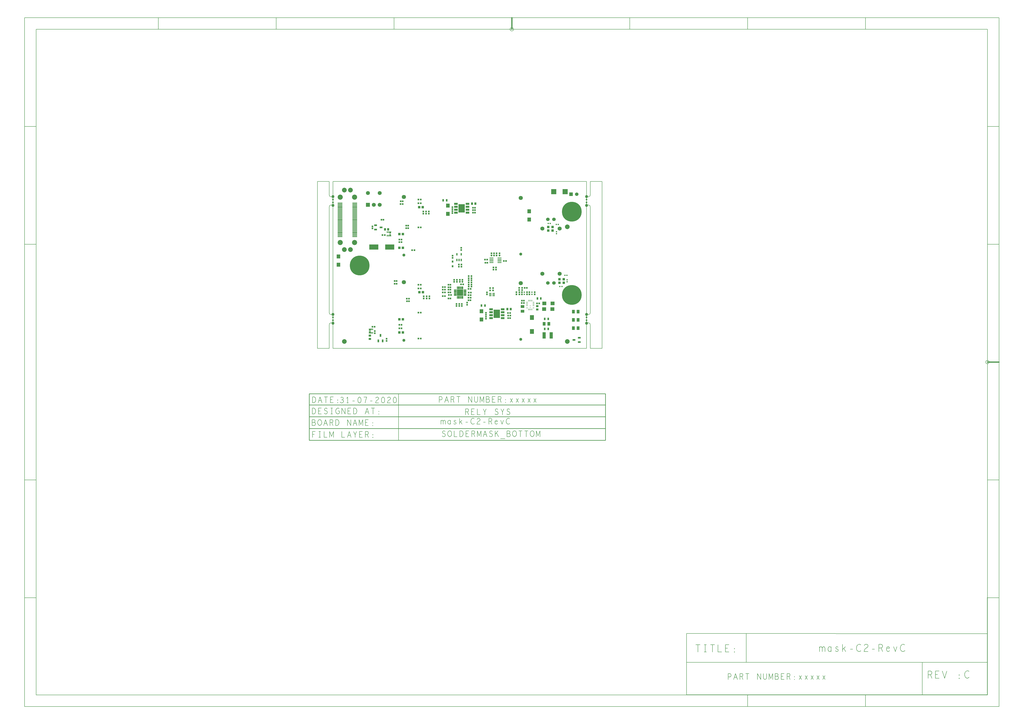
<source format=gbr>
G04 ================== begin FILE IDENTIFICATION RECORD ==================*
G04 Layout Name:  E:/Mask Board/WORK/16-05-22/mask-C2-RevC.brd*
G04 Film Name:    mask-C2-RevC_SMB.gbr*
G04 File Format:  Gerber RS274X*
G04 File Origin:  Cadence Allegro 16.6-P004*
G04 Origin Date:  Mon May 16 22:50:50 2022*
G04 *
G04 Layer:  PIN/SOLDERMASK_BOTTOM*
G04 Layer:  PACKAGE GEOMETRY/SOLDERMASK_BOTTOM*
G04 Layer:  DRAWING FORMAT/OUTLINE_DATA*
G04 Layer:  BOARD GEOMETRY/OUTLINE*
G04 Layer:  BOARD GEOMETRY/SOLDERMASK_BOTTOM*
G04 *
G04 Offset:    (0.00 0.00)*
G04 Mirror:    No*
G04 Mode:      Positive*
G04 Rotation:  0*
G04 FullContactRelief:  No*
G04 UndefLineWidth:     6.00*
G04 ================== end FILE IDENTIFICATION RECORD ====================*
%FSLAX55Y55*MOIN*%
%IR0*IPPOS*OFA0.00000B0.00000*MIA0B0*SFA1.00000B1.00000*%
%ADD58R,.08504X.08898*%
%ADD53R,.055X.11*%
%ADD11C,.03*%
%ADD10C,.05*%
%ADD30C,.051*%
%ADD56C,.0602*%
%ADD31C,.071*%
%ADD14C,.08*%
%ADD51R,.02X.02*%
%ADD50R,.0087X.0142*%
%ADD22C,.067*%
%ADD25R,.025X.025*%
%ADD52C,.0681*%
%ADD15C,.087*%
%ADD49R,.0087X.0157*%
%ADD21R,.067X.067*%
%AMMACRO41*
4,1,22,-.0065,.0225,
-.0065,-.01601,
-.006401,-.017139,
-.006108,-.018233,
-.005629,-.01926,
-.004979,-.020188,
-.004178,-.020989,
-.00325,-.021639,
-.002223,-.022118,
-.001129,-.022411,
-.00036,-.0225,
.00025,-.0225,
.001373,-.022359,
.002455,-.022025,
.003462,-.021508,
.004364,-.020824,
.005134,-.019994,
.005748,-.019043,
.006188,-.018,
.006439,-.016896,
.0065,-.01601,
.0065,.0225,
-.0065,.0225,
0.0*
%
%ADD41MACRO41*%
%ADD47R,.0276X.0098*%
%AMMACRO39*
4,1,22,.0225,.0065,
-.01601,.0065,
-.017139,.006401,
-.018233,.006108,
-.01926,.005629,
-.020188,.004979,
-.020989,.004178,
-.021639,.00325,
-.022118,.002223,
-.022411,.001129,
-.0225,.00036,
-.0225,-.00025,
-.022359,-.001373,
-.022025,-.002455,
-.021508,-.003462,
-.020824,-.004364,
-.019994,-.005134,
-.019043,-.005748,
-.018,-.006188,
-.016896,-.006439,
-.01601,-.0065,
.0225,-.0065,
.0225,.0065,
0.0*
%
%ADD39MACRO39*%
%ADD24R,.0295X.0295*%
%ADD60C,.05937*%
%ADD48R,.0098X.0276*%
%ADD12C,.07874*%
%ADD59R,.05937X.05937*%
%ADD20R,.15669X.0878*%
%ADD57R,.04X.043*%
%ADD28R,.043X.04*%
%ADD26R,.045X.03*%
%ADD55R,.07X.06*%
%ADD23R,.03X.045*%
%ADD13R,.06X.07*%
%ADD43R,.039X.012*%
%ADD18R,.043X.036*%
%ADD27R,.036X.043*%
%ADD38R,.11X.11*%
%ADD32R,.028X.043*%
%ADD35R,.026X.038*%
%ADD45R,.059X.051*%
%ADD33R,.029X.027*%
%ADD54R,.051X.059*%
%ADD29R,.027X.029*%
%ADD36R,.02362X.04331*%
%ADD17C,.3346*%
%AMMACRO40*
4,1,22,.0065,-.0225,
.0065,.01601,
.006401,.017139,
.006108,.018233,
.005629,.01926,
.004979,.020188,
.004178,.020989,
.00325,.021639,
.002223,.022118,
.001129,.022411,
.00036,.0225,
-.00025,.0225,
-.001373,.022359,
-.002455,.022025,
-.003462,.021508,
-.004364,.020824,
-.005134,.019994,
-.005748,.019043,
-.006188,.018,
-.006439,.016896,
-.0065,.01601,
-.0065,-.0225,
.0065,-.0225,
0.0*
%
%ADD40MACRO40*%
%AMMACRO34*
4,1,22,-.0225,-.0065,
.01601,-.0065,
.017139,-.006401,
.018233,-.006108,
.01926,-.005629,
.020188,-.004979,
.020989,-.004178,
.021639,-.00325,
.022118,-.002223,
.022411,-.001129,
.0225,-.00036,
.0225,.00025,
.022359,.001373,
.022025,.002455,
.021508,.003462,
.020824,.004364,
.019994,.005134,
.019043,.005748,
.018,.006188,
.016896,.006439,
.01601,.0065,
-.0225,.0065,
-.0225,-.0065,
0.0*
%
%ADD34MACRO34*%
%ADD44R,.06811X.01693*%
%ADD19R,.01378X.02756*%
%ADD46R,.0669X.0787*%
%ADD37R,.06437X.03669*%
%ADD42R,.10799X.14299*%
%ADD16R,.07992X.01693*%
%ADD61C,.01*%
%ADD62C,.01969*%
%ADD63C,.005*%
%ADD64C,.006*%
%ADD65C,.00787*%
G75*
%LPD*%
G75*
G36*
G01X60860Y25950D02*
X64200D01*
Y28509D01*
X60860D01*
Y25950D01*
G37*
G36*
G01Y29691D02*
X64200D01*
Y32250D01*
X60860D01*
Y29691D01*
G37*
G36*
G01X98433Y197150D02*
Y194591D01*
X95504D01*
Y197150D01*
X98433D01*
G37*
G36*
G01Y193409D02*
Y190850D01*
X95496D01*
Y193409D01*
X98433D01*
G37*
G54D10*
X0Y42472D03*
Y57472D03*
Y242472D03*
Y257472D03*
X430315Y42472D03*
Y57472D03*
Y242472D03*
Y257472D03*
G54D20*
X69433Y171763D03*
X96205D03*
G54D11*
X0Y47472D03*
Y52472D03*
Y252472D03*
Y247472D03*
X430315Y47472D03*
Y52472D03*
Y252472D03*
Y247472D03*
G54D12*
X19310Y11270D03*
X397590D03*
Y206120D03*
G54D21*
X59311Y243340D03*
G54D30*
X120173Y13419D03*
Y158087D03*
X318598Y14994D03*
Y159662D03*
G54D40*
X220450Y86200D03*
X218875D03*
X217300D03*
X215725D03*
X214150D03*
X212575D03*
X211000D03*
G54D13*
X9351Y141747D03*
Y155747D03*
X194895Y227869D03*
Y241869D03*
X252136Y48750D03*
Y62750D03*
X333000Y218400D03*
Y232400D03*
G54D22*
X59311Y263340D03*
X79311Y243340D03*
X69311D03*
X79311Y263340D03*
G54D31*
X120173Y111851D03*
Y256519D03*
X318598Y110276D03*
Y254944D03*
G54D32*
X192966Y251108D03*
X187060D03*
X258053Y72400D03*
X252147D03*
X346850Y84410D03*
X352750D03*
X359350Y32510D03*
X365250D03*
X359447Y49810D03*
X365353D03*
G54D23*
X76960Y12463D03*
X80700Y21537D03*
X84440Y12463D03*
G54D41*
X211000Y102400D03*
X212575D03*
X214150D03*
X215725D03*
X217300D03*
X218875D03*
X220450D03*
G54D50*
X334800Y71909D03*
G54D14*
X19290Y167237D03*
Y268419D03*
X29650Y167237D03*
Y268419D03*
G54D42*
X218333Y237500D03*
X278100Y58400D03*
G54D33*
X209725Y75000D03*
Y71600D03*
X205725Y116000D03*
Y112600D03*
X202559Y236043D03*
Y239443D03*
Y232781D03*
Y229381D03*
X227500Y73800D03*
Y77200D03*
X259790Y53390D03*
Y49990D03*
Y60018D03*
Y56618D03*
X272307Y136861D03*
Y133461D03*
X273307Y157461D03*
Y160861D03*
X276807Y136861D03*
Y133461D03*
X277807Y157461D03*
Y160861D03*
G54D60*
X413772Y261276D03*
G54D24*
X71000Y25330D03*
Y28870D03*
X67000Y203230D03*
Y206770D03*
X90900Y12463D03*
Y16003D03*
X85770Y218000D03*
X82230D03*
X104535Y114120D03*
X108075D03*
X125360Y83900D03*
X128900D03*
X124230Y203753D03*
X127770D03*
X114804Y244553D03*
X118344D03*
X186455Y88300D03*
X189995D03*
X186455Y94800D03*
X189995D03*
X186455Y103600D03*
X189995D03*
X186455Y99300D03*
X189995D03*
X210225Y112530D03*
Y116070D03*
X203040Y153309D03*
Y156849D03*
X218725Y71530D03*
Y75070D03*
X214225D03*
Y71530D03*
X215225Y116070D03*
Y112530D03*
X219725D03*
Y116070D03*
X218040Y138309D03*
Y141849D03*
X213540Y138309D03*
Y141849D03*
X229935Y81268D03*
X233475D03*
X229987Y85628D03*
X233527D03*
X230039Y89884D03*
X233579D03*
X230380Y104625D03*
Y108165D03*
X230073Y100779D03*
X233613D03*
X235025Y108165D03*
Y104625D03*
X235026Y122176D03*
Y118636D03*
X230431Y111638D03*
Y115178D03*
X234947D03*
Y111638D03*
X230407Y118636D03*
Y122176D03*
X241073Y234200D03*
X237533D03*
X258537Y145161D03*
X261256Y91262D03*
Y94802D03*
X262077Y145161D03*
X269114Y157461D03*
Y161001D03*
X282500Y157461D03*
Y161001D03*
X300840Y55400D03*
X297300D03*
X320430Y76610D03*
X320800Y94960D03*
Y91420D03*
X311300Y91340D03*
Y94880D03*
X316139Y98790D03*
Y102330D03*
X320940D03*
Y98790D03*
X323970Y76610D03*
X329253Y91340D03*
Y94880D03*
X333300Y91340D03*
Y94880D03*
X325300Y102340D03*
X328840D03*
X342300Y91340D03*
Y94880D03*
G54D15*
X12400Y179368D03*
Y256288D03*
X36540Y179368D03*
Y256288D03*
G54D51*
X337800Y91400D03*
X324753D03*
X337800Y94900D03*
X324753D03*
X368720Y211578D03*
X365220D03*
X385111Y104724D03*
X379237Y194279D03*
Y197779D03*
X382387Y210069D03*
X378887D03*
X388611Y104724D03*
X397448Y116030D03*
Y112530D03*
X397033Y123645D03*
X393533D03*
G54D61*
G01X-40415Y-77276D02*
Y-156476D01*
G01D02*
X387485D01*
G01X-40415Y-136476D02*
X462185D01*
G01X-40415Y-116476D02*
X462185D01*
G01X-40415Y-96476D02*
X462185D01*
G01Y-77276D02*
X-40415D01*
G01X387485Y-156476D02*
X462185D01*
G01D02*
Y-77276D01*
G54D16*
X12070Y189268D03*
Y191238D03*
Y193208D03*
Y195178D03*
Y197148D03*
Y199118D03*
Y201088D03*
Y203058D03*
Y205028D03*
Y206998D03*
Y208968D03*
Y210938D03*
Y212908D03*
Y214878D03*
Y216848D03*
Y218818D03*
Y220788D03*
Y222758D03*
Y224728D03*
Y226698D03*
Y228668D03*
Y230638D03*
Y232608D03*
Y234568D03*
Y236538D03*
Y238508D03*
Y240478D03*
Y242448D03*
Y244418D03*
Y246388D03*
X36870Y189268D03*
Y206998D03*
Y205028D03*
Y203058D03*
Y201088D03*
Y199118D03*
Y197148D03*
Y195178D03*
Y193208D03*
Y191238D03*
Y222758D03*
Y220788D03*
Y218818D03*
Y216848D03*
Y214878D03*
Y212908D03*
Y210938D03*
Y208968D03*
Y228668D03*
Y230638D03*
Y232608D03*
Y234568D03*
Y236538D03*
Y238508D03*
Y226698D03*
Y224728D03*
Y240478D03*
Y242448D03*
Y244418D03*
Y246388D03*
G54D34*
X207625Y89575D03*
Y91150D03*
Y92725D03*
Y94300D03*
Y95875D03*
Y97450D03*
Y99025D03*
G54D43*
X267000Y93000D03*
Y91032D03*
Y89064D03*
X272512D03*
Y91032D03*
Y93000D03*
G54D52*
X355235Y126299D03*
Y203071D03*
X384565Y126299D03*
Y203071D03*
G54D25*
X70670Y36200D03*
X66930D03*
X84130Y192000D03*
X87870D03*
X112550Y33700D03*
Y39800D03*
Y184468D03*
X112530Y179960D03*
X116290Y33700D03*
Y39800D03*
Y184468D03*
X116270Y179960D03*
X145130Y16175D03*
Y60275D03*
Y107520D03*
Y101220D03*
X138170Y166210D03*
X134430D03*
X145130Y204943D03*
Y252188D03*
Y245888D03*
X148870Y16175D03*
Y60275D03*
X154000Y87938D03*
Y84198D03*
X158843Y87938D03*
Y84198D03*
X148870Y107520D03*
Y101220D03*
Y204943D03*
X158143Y232070D03*
Y228330D03*
X153300Y232070D03*
Y228330D03*
X148870Y252188D03*
Y245888D03*
X163500Y87938D03*
Y84198D03*
X162800Y232070D03*
Y228330D03*
X200270Y90200D03*
X196530D03*
X217300Y108300D03*
X221040D03*
X217780Y170449D03*
Y166709D03*
X230355Y94300D03*
X234095D03*
X257937Y150441D03*
X271756Y101902D03*
Y98162D03*
X266756D03*
Y101902D03*
X261677Y150441D03*
X289937Y147881D03*
X293677D03*
X316300Y91280D03*
Y95020D03*
X346289Y75941D03*
X350029D03*
G54D62*
G01X303531Y560956D02*
Y541271D01*
G01X1130302Y-23689D02*
X1110617D01*
G54D44*
X269114Y153000D03*
Y150441D03*
Y147881D03*
Y145322D03*
X282500D03*
Y147881D03*
Y150441D03*
Y153000D03*
G54D17*
X45320Y140450D03*
X405319Y90300D03*
Y231535D03*
G54D35*
X203040Y139142D03*
Y147016D03*
G54D26*
X81537Y205000D03*
X72463Y201260D03*
Y208740D03*
X409047Y14000D03*
X418121Y10260D03*
Y17740D03*
G54D53*
X358200Y21810D03*
X370400D03*
G54D63*
G01X-6200Y-275D02*
X-26200D01*
Y283133D01*
X-6200D01*
G01Y39972D02*
Y-275D01*
G01X0Y39972D02*
Y29972D01*
G01X-6200Y39972D02*
G02X0I3100J0D01*
G01Y59972D02*
G02X-6200I-3100J0D01*
G01X0D02*
Y69972D01*
G01X-6200Y59972D02*
Y229972D01*
G01X0Y239972D02*
Y229972D01*
G01X-6200Y239972D02*
Y229972D01*
G01Y239972D02*
G02X0I3100J0D01*
G01Y259972D02*
G02X-6200I-3100J0D01*
G01X0D02*
Y269972D01*
G01X-6200Y259972D02*
Y283133D01*
G01X430315Y39972D02*
Y29972D01*
G01Y39972D02*
G02X436515I3100J0D01*
G01Y59972D02*
G02X430315I-3100J0D01*
G01D02*
Y69972D01*
G01Y239972D02*
Y229972D01*
G01Y239972D02*
G02X436515I3100J0D01*
G01Y259972D02*
G02X430315I-3100J0D01*
G01D02*
Y269972D01*
G01X436515Y283133D02*
X456515D01*
Y-275D01*
X436515D01*
G01Y39972D02*
Y-275D01*
G01Y59972D02*
Y69972D01*
G01Y239972D02*
Y69972D01*
G01Y259972D02*
Y283133D01*
G54D36*
X210300Y149658D03*
Y159500D03*
X217780Y149658D03*
X214040D03*
X217780Y159500D03*
G54D54*
X358363Y41210D03*
X366237D03*
X408063Y48000D03*
X415937D03*
X408063Y34000D03*
X415937D03*
X408063Y62000D03*
X415937D03*
G54D45*
X321500Y62773D03*
Y70647D03*
G54D27*
X88171Y201790D03*
X93721D03*
X241608Y245500D03*
X236058D03*
X301695Y66260D03*
X296145D03*
G54D18*
X62500Y15825D03*
Y21375D03*
X346800Y71385D03*
Y65835D03*
G54D64*
G01X-523241Y-608335D02*
Y560956D01*
G01Y-608335D02*
X1130302D01*
G01X-523241Y560956D02*
X1130302D01*
G01X-34740Y-151376D02*
Y-141376D01*
G01X-31740Y-146209D02*
X-34740D01*
G01Y-141376D02*
X-29990D01*
G01X-31515Y-125977D02*
X-35390D01*
G01Y-131310D02*
X-31265D01*
G01X-35390Y-121310D02*
Y-131310D01*
G01X-32015Y-121310D02*
X-35390D01*
G01X-32415Y-101776D02*
X-31415Y-102276D01*
G01X-34915Y-101776D02*
X-32415D01*
G01Y-111776D02*
X-34915D01*
G01X-31415Y-111276D02*
X-32415Y-111776D01*
G01X-34915D02*
Y-101776D01*
G01X-32215Y-92576D02*
X-34715D01*
G01X-31215Y-92076D02*
X-32215Y-92576D01*
G01X-34715D02*
Y-82576D01*
G01X-32215D02*
X-31215Y-83076D01*
G01X-34715Y-82576D02*
X-32215D01*
G01X-23865Y-151376D02*
X-20865D01*
G01X-22365Y-141376D02*
Y-151376D01*
G01X-23865Y-141376D02*
X-20865D01*
G01X-21515Y-131143D02*
X-22515Y-131310D01*
G01X-20640Y-130477D02*
X-21515Y-131143D01*
G01X-19890Y-129477D02*
X-20640Y-130477D01*
G01X-19390Y-128310D02*
X-19890Y-129477D01*
G01X-19140Y-126977D02*
X-19390Y-128310D01*
G01X-19140Y-125643D02*
Y-126977D01*
G01X-19390Y-124310D02*
X-19140Y-125643D01*
G01X-19890Y-123143D02*
X-19390Y-124310D01*
G01X-20640Y-122143D02*
X-19890Y-123143D01*
G01X-21515Y-121477D02*
X-20640Y-122143D01*
G01X-22515Y-121310D02*
X-21515Y-121477D01*
G01X-23515D02*
X-22515Y-121310D01*
G01X-24390Y-122143D02*
X-23515Y-121477D01*
G01X-25140Y-123143D02*
X-24390Y-122143D01*
G01X-25640Y-124310D02*
X-25140Y-123143D01*
G01X-25890Y-125643D02*
X-25640Y-124310D01*
G01X-25890Y-126977D02*
Y-125643D01*
G01X-25640Y-128310D02*
X-25890Y-126977D01*
G01X-25140Y-129477D02*
X-25640Y-128310D01*
G01X-24390Y-130477D02*
X-25140Y-129477D01*
G01X-23515Y-131143D02*
X-24390Y-130477D01*
G01X-22515Y-131310D02*
X-23515Y-131143D01*
G01X-30640Y-126310D02*
X-31515Y-125977D01*
G01X-29890Y-127310D02*
X-30640Y-126310D01*
G01X-29640Y-128477D02*
X-29890Y-127310D01*
G01Y-129643D02*
X-29640Y-128477D01*
G01X-30390Y-130643D02*
X-29890Y-129643D01*
G01X-31265Y-131310D02*
X-30390Y-130643D01*
G01X-31140Y-121810D02*
X-32015Y-121310D01*
G01X-30640Y-122477D02*
X-31140Y-121810D01*
G01X-30390Y-123477D02*
X-30640Y-122477D01*
G01Y-124644D02*
X-30390Y-123477D01*
G01X-31015Y-125477D02*
X-30640Y-124644D01*
G01X-31515Y-125977D02*
X-31015Y-125477D01*
G01X-24665Y-101776D02*
X-19665D01*
G01X-21665Y-106609D02*
X-24665D01*
G01Y-111776D02*
Y-101776D01*
G01X-19665Y-111776D02*
X-24665D01*
G01X-30665Y-110610D02*
X-31415Y-111276D01*
G01X-30040Y-109609D02*
X-30665Y-110610D01*
G01X-29540Y-108443D02*
X-30040Y-109609D01*
G01X-29415Y-106776D02*
X-29540Y-108443D01*
G01Y-105110D02*
X-29415Y-106776D01*
G01X-30040Y-103943D02*
X-29540Y-105110D01*
G01X-30665Y-102943D02*
X-30040Y-103943D01*
G01X-31415Y-102276D02*
X-30665Y-102943D01*
G01X-19965Y-89076D02*
X-23965D01*
G01X-21965Y-82576D02*
X-18840Y-92576D01*
G01X-25090D02*
X-21965Y-82576D01*
G01X-29340Y-85910D02*
X-29215Y-87576D01*
G01X-29840Y-84743D02*
X-29340Y-85910D01*
G01X-30465Y-83743D02*
X-29840Y-84743D01*
G01X-31215Y-83076D02*
X-30465Y-83743D01*
G01Y-91410D02*
X-31215Y-92076D01*
G01X-29840Y-90409D02*
X-30465Y-91410D01*
G01X-29340Y-89243D02*
X-29840Y-90409D01*
G01X-29215Y-87576D02*
X-29340Y-89243D01*
G01X-2365Y-149709D02*
X885Y-141376D01*
G01X-5615D02*
X-2365Y-149709D01*
G01X-5615Y-151376D02*
Y-141376D01*
G01X-14865Y-151376D02*
X-9865D01*
G01X-14865Y-141376D02*
Y-151376D01*
G01X-1890Y-126477D02*
X-15Y-131310D01*
G01X-1890Y-126477D02*
X-5015D01*
G01X-1015Y-125977D02*
X-1890Y-126477D01*
G01X-265Y-125143D02*
X-1015Y-125977D01*
G01X-15Y-123810D02*
X-265Y-125143D01*
G01Y-122477D02*
X-15Y-123810D01*
G01X-890Y-121810D02*
X-265Y-122477D01*
G01X-1890Y-121310D02*
X-890Y-121810D01*
G01X-5015Y-121310D02*
X-1890D01*
G01X-5015Y-131310D02*
Y-121310D01*
G01X-12515D02*
X-9390Y-131310D01*
G01X-10515Y-127810D02*
X-14515D01*
G01X-15640Y-131310D02*
X-12515Y-121310D01*
G01X-3665Y-101776D02*
X-665D01*
G01X-11665D02*
X-10790Y-102109D01*
G01X-12540Y-101776D02*
X-11665D01*
G01X-3665Y-111776D02*
X-665D01*
G01X-2165Y-101776D02*
Y-111776D01*
G01X-10790Y-102109D02*
X-10040Y-102943D01*
G01X-11540Y-106443D02*
X-13040Y-106109D01*
G01X-10415Y-107109D02*
X-11540Y-106443D01*
G01X-9790Y-108110D02*
X-10415Y-107109D01*
G01X-9540Y-109276D02*
X-9790Y-108110D01*
G01X-9915Y-110443D02*
X-9540Y-109276D01*
G01X-10665Y-111276D02*
X-9915Y-110443D01*
G01X-11665Y-111776D02*
X-10665Y-111276D01*
G01X-12665Y-111776D02*
X-11665D01*
G01X-13415Y-102276D02*
X-12540Y-101776D01*
G01X-14040Y-103109D02*
X-13415Y-102276D01*
G01X-14290Y-104276D02*
X-14040Y-103109D01*
G01X-13915Y-105443D02*
X-14290Y-104276D01*
G01X-13040Y-106109D02*
X-13915Y-105443D01*
G01X-13790Y-111276D02*
X-12665Y-111776D01*
G01X-14790Y-110443D02*
X-13790Y-111276D01*
G01X-1465Y-87409D02*
X-4465D01*
G01Y-92576D02*
Y-82576D01*
G01X535Y-92576D02*
X-4465D01*
G01X-11965Y-82576D02*
Y-92576D01*
G01X-4465Y-82576D02*
X535D01*
G01X-14840D02*
X-9090D01*
G01X430315Y-275D02*
Y283133D01*
X0D01*
Y-275D01*
X430315D01*
G01X15135Y-151376D02*
X20135D01*
G01X15135Y-141376D02*
Y-151376D01*
G01X885Y-141376D02*
Y-151376D01*
G01X7235Y-131310D02*
X4735D01*
G01X8235Y-130810D02*
X7235Y-131310D01*
G01X8985Y-130144D02*
X8235Y-130810D01*
G01X9610Y-129143D02*
X8985Y-130144D01*
G01X10110Y-127977D02*
X9610Y-129143D01*
G01X10235Y-126310D02*
X10110Y-127977D01*
G01Y-124644D02*
X10235Y-126310D01*
G01X9610Y-123477D02*
X10110Y-124644D01*
G01X8985Y-122477D02*
X9610Y-123477D01*
G01X8235Y-121810D02*
X8985Y-122477D01*
G01X7235Y-121310D02*
X8235Y-121810D01*
G01X4735Y-121310D02*
X7235D01*
G01X4735Y-131310D02*
Y-121310D01*
G01X8710Y-101776D02*
X9710Y-102109D01*
G01X7835Y-101776D02*
X8710D01*
G01X6835Y-102276D02*
X7835Y-101776D01*
G01X14960D02*
X20710Y-111776D01*
G01X14960D02*
Y-101776D01*
G01X9710Y-102109D02*
X10460Y-102776D01*
G01X6085Y-102943D02*
X6835Y-102276D01*
G01X5335Y-103943D02*
X6085Y-102943D01*
G01X4835Y-105110D02*
X5335Y-103943D01*
G01X4585Y-106109D02*
X4835Y-105110D01*
G01X4585Y-107276D02*
Y-106109D01*
G01X4835Y-108609D02*
X4585Y-107276D01*
G01X5335Y-109776D02*
X4835Y-108609D01*
G01X6085Y-110776D02*
X5335Y-109776D01*
G01X6960Y-111443D02*
X6085Y-110776D01*
G01X8210Y-111776D02*
X6960Y-111443D01*
G01X9460D02*
X8210Y-111776D01*
G01X10335Y-110776D02*
X9460Y-111443D01*
G01X11085Y-109776D02*
X10335Y-110776D01*
G01X11085Y-106776D02*
Y-109776D01*
G01X8585Y-106776D02*
X11085D01*
G01X12200Y-91000D02*
X12950Y-92167D01*
X13950Y-92833D01*
X15075Y-93000D01*
X16075Y-92833D01*
X17075Y-92000D01*
X17700Y-91000D01*
X17825Y-90000D01*
X17575Y-88834D01*
X16700Y-88000D01*
X15825Y-87667D01*
X14700D01*
G01X15825D02*
X16575Y-87167D01*
X17200Y-86334D01*
X17450Y-85333D01*
X17200Y-84333D01*
X16575Y-83500D01*
X15450Y-83000D01*
X14325Y-83167D01*
X13200Y-83833D01*
G01X24950Y-93000D02*
Y-83000D01*
X23450Y-85000D01*
G01Y-93000D02*
X26450D01*
G01X33325Y-89667D02*
X36575D01*
G01X44950Y-83000D02*
X43950Y-83333D01*
X43200Y-84167D01*
X42700Y-85167D01*
X42325Y-86500D01*
X42200Y-88000D01*
X42325Y-89500D01*
X42700Y-90833D01*
X43200Y-91834D01*
X43950Y-92667D01*
X44950Y-93000D01*
X45950Y-92667D01*
X46700Y-91834D01*
X47200Y-90833D01*
X47575Y-89500D01*
X47700Y-88000D01*
X47575Y-86500D01*
X47200Y-85167D01*
X46700Y-84167D01*
X45950Y-83333D01*
X44950Y-83000D01*
G01X54700Y-93000D02*
X54950Y-90833D01*
X55325Y-89000D01*
X55825Y-87333D01*
X56450Y-85500D01*
X57450Y-83000D01*
X52450D01*
G01X63325Y-89667D02*
X66575D01*
G01X72575Y-84667D02*
X73325Y-83667D01*
X74200Y-83167D01*
X75200Y-83000D01*
X76450Y-83333D01*
X77325Y-84167D01*
X77575Y-85167D01*
X77450Y-86167D01*
X76950Y-87000D01*
X74450Y-88667D01*
X73325Y-89833D01*
X72575Y-91500D01*
X72325Y-93000D01*
X77575D01*
G01X84950Y-83000D02*
X83950Y-83333D01*
X83200Y-84167D01*
X82700Y-85167D01*
X82325Y-86500D01*
X82200Y-88000D01*
X82325Y-89500D01*
X82700Y-90833D01*
X83200Y-91834D01*
X83950Y-92667D01*
X84950Y-93000D01*
X85950Y-92667D01*
X86700Y-91834D01*
X87200Y-90833D01*
X87575Y-89500D01*
X87700Y-88000D01*
X87575Y-86500D01*
X87200Y-85167D01*
X86700Y-84167D01*
X85950Y-83333D01*
X84950Y-83000D01*
G01X92575Y-84667D02*
X93325Y-83667D01*
X94200Y-83167D01*
X95200Y-83000D01*
X96450Y-83333D01*
X97325Y-84167D01*
X97575Y-85167D01*
X97450Y-86167D01*
X96950Y-87000D01*
X94450Y-88667D01*
X93325Y-89833D01*
X92575Y-91500D01*
X92325Y-93000D01*
X97575D01*
G01X104950Y-83000D02*
X103950Y-83333D01*
X103200Y-84167D01*
X102700Y-85167D01*
X102325Y-86500D01*
X102200Y-88000D01*
X102325Y-89500D01*
X102700Y-90833D01*
X103200Y-91834D01*
X103950Y-92667D01*
X104950Y-93000D01*
X105950Y-92667D01*
X106700Y-91834D01*
X107200Y-90833D01*
X107575Y-89500D01*
X107700Y-88000D01*
X107575Y-86500D01*
X107200Y-85167D01*
X106700Y-84167D01*
X105950Y-83333D01*
X104950Y-83000D01*
G01X8285Y-88243D02*
X8035Y-88410D01*
G01X8285Y-87909D02*
Y-88243D01*
G01X8035Y-87743D02*
X8285Y-87909D01*
G01X7785D02*
X8035Y-87743D01*
G01X7785Y-88243D02*
Y-87909D01*
G01X8035Y-88410D02*
X7785Y-88243D01*
G01X8285Y-92743D02*
X8035Y-92909D01*
G01X8285Y-92409D02*
Y-92743D01*
G01X8035Y-92243D02*
X8285Y-92409D01*
G01X7785D02*
X8035Y-92243D01*
G01X7785Y-92743D02*
Y-92409D01*
G01X8035Y-92909D02*
X7785Y-92743D01*
G01X29635Y-147876D02*
X25635D01*
G01X27635Y-141376D02*
X30760Y-151376D01*
G01X24510D02*
X27635Y-141376D01*
G01X30360Y-131310D02*
Y-121310D01*
G01X24610D02*
X30360Y-131310D01*
G01X24610D02*
Y-121310D01*
G01X25335Y-101776D02*
X30335D01*
G01X28335Y-106609D02*
X25335D01*
G01Y-111776D02*
Y-101776D01*
G01X30335Y-111776D02*
X25335D01*
G01X20710D02*
Y-101776D01*
G01X45135Y-151376D02*
Y-141376D01*
G01X50135Y-151376D02*
X45135D01*
G01X37635D02*
Y-146876D01*
G01X48135Y-146209D02*
X45135D01*
G01Y-141376D02*
X50135D01*
G01X40135D02*
X37635Y-146876D01*
G01D02*
X35135Y-141376D01*
G01X47485Y-129643D02*
X50735Y-121310D01*
G01X44235D02*
X47485Y-129643D01*
G01X44235Y-131310D02*
Y-121310D01*
G01X39485Y-127810D02*
X35485D01*
G01X37485Y-121310D02*
X40610Y-131310D01*
G01X34360D02*
X37485Y-121310D01*
G01X37585Y-101776D02*
X38585Y-102276D01*
G01Y-111276D02*
X37585Y-111776D01*
G01X39335Y-110610D02*
X38585Y-111276D01*
G01X39960Y-109609D02*
X39335Y-110610D01*
G01X40460Y-108443D02*
X39960Y-109609D01*
G01X40585Y-106776D02*
X40460Y-108443D01*
G01Y-105110D02*
X40585Y-106776D01*
G01X39960Y-103943D02*
X40460Y-105110D01*
G01X39335Y-102943D02*
X39960Y-103943D01*
G01X38585Y-102276D02*
X39335Y-102943D01*
G01X35085Y-101776D02*
X37585D01*
G01Y-111776D02*
X35085D01*
G01D02*
Y-101776D01*
G01X58260Y-146543D02*
X60135Y-151376D01*
G01X55135D02*
Y-141376D01*
G01X58260Y-146543D02*
X55135D01*
G01X59135Y-146043D02*
X58260Y-146543D01*
G01X59885Y-145209D02*
X59135Y-146043D01*
G01X60135Y-143876D02*
X59885Y-145209D01*
G01Y-142543D02*
X60135Y-143876D01*
G01X59260Y-141876D02*
X59885Y-142543D01*
G01X58260Y-141376D02*
X59260Y-141876D01*
G01X55135Y-141376D02*
X58260D01*
G01X57985Y-126143D02*
X54985D01*
G01Y-121310D02*
X59985D01*
G01X54985Y-131310D02*
Y-121310D01*
G01X59985Y-131310D02*
X54985D01*
G01X50735Y-121310D02*
Y-131310D01*
G01X59835Y-108276D02*
X55835D01*
G01X57835Y-101776D02*
X60960Y-111776D01*
G01X54710D02*
X57835Y-101776D01*
G01X67885Y-151543D02*
X67635Y-151709D01*
G01X67885Y-151209D02*
Y-151543D01*
G01X67635Y-151043D02*
X67885Y-151209D01*
G01X67385D02*
X67635Y-151043D01*
G01X67385Y-151543D02*
Y-151209D01*
G01X67635Y-151709D02*
X67385Y-151543D01*
G01X67885Y-147043D02*
X67635Y-147210D01*
G01X67885Y-146709D02*
Y-147043D01*
G01X67635Y-146543D02*
X67885Y-146709D01*
G01X67385D02*
X67635Y-146543D01*
G01X67385Y-147043D02*
Y-146709D01*
G01X67635Y-147210D02*
X67385Y-147043D01*
G01X67735Y-126977D02*
X67485Y-127144D01*
G01X67735Y-126643D02*
Y-126977D01*
G01X67485Y-126477D02*
X67735Y-126643D01*
G01Y-131477D02*
X67485Y-131643D01*
G01X67735Y-131143D02*
Y-131477D01*
G01X67485Y-130977D02*
X67735Y-131143D01*
G01X67235Y-126643D02*
X67485Y-126477D01*
G01X67235Y-126977D02*
Y-126643D01*
G01X67485Y-127144D02*
X67235Y-126977D01*
G01Y-131143D02*
X67485Y-130977D01*
G01X67235Y-131477D02*
Y-131143D01*
G01X67485Y-131643D02*
X67235Y-131477D01*
G01X78085Y-107443D02*
X77835Y-107610D01*
G01X78085Y-107109D02*
Y-107443D01*
G01X77835Y-106943D02*
X78085Y-107109D01*
G01X77585D02*
X77835Y-106943D01*
G01X77585Y-107443D02*
Y-107109D01*
G01X77835Y-107610D02*
X77585Y-107443D01*
G01X78085Y-111943D02*
X77835Y-112109D01*
G01X78085Y-111609D02*
Y-111943D01*
G01X77835Y-111443D02*
X78085Y-111609D01*
G01X77585D02*
X77835Y-111443D01*
G01X77585Y-111943D02*
Y-111609D01*
G01X77835Y-112109D02*
X77585Y-111943D01*
G01X67835Y-101776D02*
Y-111776D01*
G01X64960Y-101776D02*
X70710D01*
G01X111485Y-77697D02*
Y-155856D01*
G01X185450Y-148942D02*
X186450Y-149775D01*
X187575Y-150275D01*
X188575D01*
X189575Y-149775D01*
X190325Y-148942D01*
X190700Y-147775D01*
X190450Y-146609D01*
X189825Y-145608D01*
X188700Y-144942D01*
X187200Y-144608D01*
X186325Y-143942D01*
X185950Y-142775D01*
X186200Y-141608D01*
X186825Y-140775D01*
X187700Y-140275D01*
X188575D01*
X189450Y-140608D01*
X190200Y-141442D01*
G01X198075Y-150275D02*
X197075Y-150108D01*
X196200Y-149442D01*
X195450Y-148442D01*
X194950Y-147275D01*
X194700Y-145942D01*
Y-144608D01*
X194950Y-143275D01*
X195450Y-142108D01*
X196200Y-141108D01*
X197075Y-140442D01*
X198075Y-140275D01*
X199075Y-140442D01*
X199950Y-141108D01*
X200700Y-142108D01*
X201200Y-143275D01*
X201450Y-144608D01*
Y-145942D01*
X201200Y-147275D01*
X200700Y-148442D01*
X199950Y-149442D01*
X199075Y-150108D01*
X198075Y-150275D01*
G01X205575Y-140275D02*
Y-150275D01*
X210575D01*
G01X215325D02*
Y-140275D01*
X217825D01*
X218825Y-140775D01*
X219575Y-141442D01*
X220200Y-142442D01*
X220700Y-143609D01*
X220825Y-145275D01*
X220700Y-146942D01*
X220200Y-148108D01*
X219575Y-149109D01*
X218825Y-149775D01*
X217825Y-150275D01*
X215325D01*
G01X230575D02*
X225575D01*
Y-140275D01*
X230575D01*
G01X228575Y-145108D02*
X225575D01*
G01X235575Y-150275D02*
Y-140275D01*
X238700D01*
X239700Y-140775D01*
X240325Y-141442D01*
X240575Y-142775D01*
X240325Y-144108D01*
X239575Y-144942D01*
X238700Y-145442D01*
X235575D01*
G01X238700D02*
X240575Y-150275D01*
G01X244825D02*
Y-140275D01*
X248075Y-148608D01*
X251325Y-140275D01*
Y-150275D01*
G01X254950D02*
X258075Y-140275D01*
X261200Y-150275D01*
G01X260075Y-146775D02*
X256075D01*
G01X265450Y-148942D02*
X266450Y-149775D01*
X267575Y-150275D01*
X268575D01*
X269575Y-149775D01*
X270325Y-148942D01*
X270700Y-147775D01*
X270450Y-146609D01*
X269825Y-145608D01*
X268700Y-144942D01*
X267200Y-144608D01*
X266325Y-143942D01*
X265950Y-142775D01*
X266200Y-141608D01*
X266825Y-140775D01*
X267700Y-140275D01*
X268575D01*
X269450Y-140608D01*
X270200Y-141442D01*
G01X275325Y-150275D02*
Y-140275D01*
G01X280075D02*
X275325Y-146442D01*
G01X280825Y-150275D02*
X277450Y-143609D01*
G01X284325Y-153608D02*
X291825D01*
G01X299075Y-144942D02*
X299575Y-144442D01*
X299950Y-143609D01*
X300200Y-142442D01*
X299950Y-141442D01*
X299450Y-140775D01*
X298575Y-140275D01*
X295200D01*
Y-150275D01*
X299325D01*
X300200Y-149608D01*
X300700Y-148608D01*
X300950Y-147442D01*
X300700Y-146275D01*
X299950Y-145275D01*
X299075Y-144942D01*
X295200D01*
G01X308075Y-150275D02*
X307075Y-150108D01*
X306200Y-149442D01*
X305450Y-148442D01*
X304950Y-147275D01*
X304700Y-145942D01*
Y-144608D01*
X304950Y-143275D01*
X305450Y-142108D01*
X306200Y-141108D01*
X307075Y-140442D01*
X308075Y-140275D01*
X309075Y-140442D01*
X309950Y-141108D01*
X310700Y-142108D01*
X311200Y-143275D01*
X311450Y-144608D01*
Y-145942D01*
X311200Y-147275D01*
X310700Y-148442D01*
X309950Y-149442D01*
X309075Y-150108D01*
X308075Y-150275D01*
G01X318075Y-140275D02*
Y-150275D01*
G01X315200Y-140275D02*
X320950D01*
G01X328075D02*
Y-150275D01*
G01X325200Y-140275D02*
X330950D01*
G01X338075Y-150275D02*
X337075Y-150108D01*
X336200Y-149442D01*
X335450Y-148442D01*
X334950Y-147275D01*
X334700Y-145942D01*
Y-144608D01*
X334950Y-143275D01*
X335450Y-142108D01*
X336200Y-141108D01*
X337075Y-140442D01*
X338075Y-140275D01*
X339075Y-140442D01*
X339950Y-141108D01*
X340700Y-142108D01*
X341200Y-143275D01*
X341450Y-144608D01*
Y-145942D01*
X341200Y-147275D01*
X340700Y-148442D01*
X339950Y-149442D01*
X339075Y-150108D01*
X338075Y-150275D01*
G01X344825D02*
Y-140275D01*
X348075Y-148608D01*
X351325Y-140275D01*
Y-150275D01*
G01X183240Y-129040D02*
Y-122374D01*
G01Y-124207D02*
X183615Y-123373D01*
X184240Y-122707D01*
X185115Y-122374D01*
X185990Y-122707D01*
X186615Y-123373D01*
X186990Y-124207D01*
Y-129040D01*
G01Y-124207D02*
X187365Y-123373D01*
X187990Y-122707D01*
X188865Y-122374D01*
X189740Y-122707D01*
X190365Y-123373D01*
X190740Y-124373D01*
Y-129040D01*
G01X199240D02*
Y-122374D01*
G01Y-123540D02*
X198740Y-122873D01*
X197990Y-122540D01*
X197115Y-122374D01*
X196240Y-122707D01*
X195490Y-123373D01*
X194990Y-124373D01*
X194740Y-125707D01*
X194990Y-127040D01*
X195490Y-128040D01*
X196240Y-128707D01*
X197115Y-129040D01*
X197990Y-128873D01*
X198740Y-128373D01*
X199240Y-127707D01*
G01X205115Y-127874D02*
X205740Y-128540D01*
X206615Y-129040D01*
X207365D01*
X208115Y-128707D01*
X208615Y-128207D01*
X208865Y-127540D01*
X208740Y-126540D01*
X208240Y-126040D01*
X205990Y-125040D01*
X205490Y-123873D01*
X205740Y-123040D01*
X206240Y-122540D01*
X206990Y-122374D01*
X207740Y-122540D01*
X208490Y-123040D01*
G01X214865Y-129040D02*
Y-119040D01*
G01X218865Y-122374D02*
X214865Y-126207D01*
G01X216490Y-124707D02*
X219115Y-129040D01*
G01X225365Y-125707D02*
X228615D01*
G01X239740Y-119873D02*
X238990Y-119373D01*
X238115Y-119040D01*
X237115D01*
X235990Y-119540D01*
X235115Y-120373D01*
X234490Y-121373D01*
X233990Y-123040D01*
X233865Y-124540D01*
X234115Y-126040D01*
X234490Y-127040D01*
X235240Y-128040D01*
X236115Y-128707D01*
X236990Y-129040D01*
X237865D01*
X238740Y-128707D01*
X239490Y-128207D01*
X240115Y-127540D01*
G01X244615Y-120707D02*
X245365Y-119707D01*
X246240Y-119207D01*
X247240Y-119040D01*
X248490Y-119373D01*
X249365Y-120207D01*
X249615Y-121207D01*
X249490Y-122207D01*
X248990Y-123040D01*
X246490Y-124707D01*
X245365Y-125873D01*
X244615Y-127540D01*
X244365Y-129040D01*
X249615D01*
G01X255365Y-125707D02*
X258615D01*
G01X264490Y-129040D02*
Y-119040D01*
X267615D01*
X268615Y-119540D01*
X269240Y-120207D01*
X269490Y-121540D01*
X269240Y-122873D01*
X268490Y-123707D01*
X267615Y-124207D01*
X264490D01*
G01X267615D02*
X269490Y-129040D01*
G01X275115Y-124540D02*
X279115D01*
X278740Y-123373D01*
X278115Y-122707D01*
X277240Y-122374D01*
X276365Y-122540D01*
X275615Y-123040D01*
X275115Y-124207D01*
X274865Y-125207D01*
Y-126207D01*
X275115Y-127207D01*
X275740Y-128207D01*
X276490Y-128873D01*
X277365Y-129040D01*
X278240Y-128707D01*
X279115Y-127707D01*
G01X284740Y-122374D02*
X286990Y-129040D01*
X289240Y-122374D01*
G01X299740Y-119873D02*
X298990Y-119373D01*
X298115Y-119040D01*
X297115D01*
X295990Y-119540D01*
X295115Y-120373D01*
X294490Y-121373D01*
X293990Y-123040D01*
X293865Y-124540D01*
X294115Y-126040D01*
X294490Y-127040D01*
X295240Y-128040D01*
X296115Y-128707D01*
X296990Y-129040D01*
X297865D01*
X298740Y-128707D01*
X299490Y-128207D01*
X300115Y-127540D01*
G01X185385Y-84910D02*
X185135Y-86243D01*
G01Y-83577D02*
X185385Y-84910D01*
G01X184385Y-82410D02*
X185135Y-83577D01*
G01X194885Y-88410D02*
X190885D01*
G01X189760Y-91910D02*
X192885Y-81910D01*
G01X183385Y-87744D02*
X180385D01*
G01X184510Y-87243D02*
X183385Y-87744D01*
G01X185135Y-86243D02*
X184510Y-87243D01*
G01X180385Y-91910D02*
Y-81910D01*
G01X183385D02*
X184385Y-82410D01*
G01X180385Y-81910D02*
X183385D01*
G01X192885D02*
X196010Y-91910D01*
G01X205135Y-85743D02*
X204385Y-86577D01*
G01X205385Y-84410D02*
X205135Y-85743D01*
G01Y-83077D02*
X205385Y-84410D01*
G01X203510Y-87077D02*
X205385Y-91910D01*
G01X203510Y-87077D02*
X200385D01*
G01X204385Y-86577D02*
X203510Y-87077D01*
G01X200385Y-91910D02*
Y-81910D01*
G01X204510Y-82410D02*
X205135Y-83077D01*
G01X203510Y-81910D02*
X204510Y-82410D01*
G01X200385Y-81910D02*
X203510D01*
G01X228260Y-108143D02*
X225135D01*
G01Y-102976D02*
X228260D01*
G01X225135Y-112976D02*
Y-102976D01*
G01X212885Y-81910D02*
Y-91910D01*
G01X210010Y-81910D02*
X215760D01*
G01X238135Y-107809D02*
X235135D01*
G01Y-102976D02*
X240135D01*
G01X235135Y-112976D02*
Y-102976D01*
G01X240135Y-112976D02*
X235135D01*
G01X229885Y-106809D02*
X229135Y-107643D01*
G01X230135Y-105476D02*
X229885Y-106809D01*
G01Y-104143D02*
X230135Y-105476D01*
G01X229260Y-103476D02*
X229885Y-104143D01*
G01X228260Y-108143D02*
X230135Y-112976D01*
G01X229135Y-107643D02*
X228260Y-108143D01*
G01Y-102976D02*
X229260Y-103476D01*
G01X240635Y-90577D02*
X241635Y-91577D01*
G01X240135Y-89077D02*
X240635Y-90577D01*
G01X240135Y-81910D02*
Y-89077D01*
G01X235760Y-91910D02*
Y-81910D01*
G01X230010D02*
X235760Y-91910D01*
G01X230010D02*
Y-81910D01*
G01X260135Y-102976D02*
X257635Y-108476D01*
G01D02*
X255135Y-102976D01*
G01X257635Y-112976D02*
Y-108476D01*
G01X245135Y-112976D02*
X250135D01*
G01X245135Y-102976D02*
Y-112976D01*
G01X256135Y-81910D02*
Y-91910D01*
G01X252885Y-90243D02*
X256135Y-81910D01*
G01X249635D02*
X252885Y-90243D01*
G01X249635Y-91910D02*
Y-81910D01*
G01X245635Y-89077D02*
Y-81910D01*
G01X245135Y-90577D02*
X245635Y-89077D01*
G01X244135Y-91577D02*
X245135Y-90577D01*
G01X242885Y-91910D02*
X244135Y-91577D01*
G01X241635D02*
X242885Y-91910D01*
G01X265010Y-84077D02*
X264760Y-83077D01*
G01Y-85244D02*
X265010Y-84077D01*
G01X264385Y-86077D02*
X264760Y-85244D01*
G01X263885Y-86577D02*
X264385Y-86077D01*
G01X273385Y-86743D02*
X270385D01*
G01Y-91910D02*
Y-81910D01*
G01X275385Y-91910D02*
X270385D01*
G01X264760Y-86910D02*
X263885Y-86577D01*
G01X265510Y-87910D02*
X264760Y-86910D01*
G01X265760Y-89077D02*
X265510Y-87910D01*
G01Y-90243D02*
X265760Y-89077D01*
G01X265010Y-91243D02*
X265510Y-90243D01*
G01X264135Y-91910D02*
X265010Y-91243D01*
G01X263885Y-86577D02*
X260010D01*
G01Y-91910D02*
X264135D01*
G01X260010Y-81910D02*
Y-91910D01*
G01X270385Y-81910D02*
X275385D01*
G01X264260Y-82410D02*
X263385Y-81910D01*
G01X264760Y-83077D02*
X264260Y-82410D01*
G01X263385Y-81910D02*
X260010D01*
G01X290135Y-102976D02*
X287635Y-108476D01*
G01D02*
X285135Y-102976D01*
G01X287635Y-112976D02*
Y-108476D01*
G01X279010Y-103309D02*
X279760Y-104143D01*
G01X278135Y-102976D02*
X279010Y-103309D01*
G01X277260Y-102976D02*
X278135D01*
G01X278260Y-107643D02*
X276760Y-107309D01*
G01X279385Y-108309D02*
X278260Y-107643D01*
G01X280010Y-109310D02*
X279385Y-108309D01*
G01X280260Y-110476D02*
X280010Y-109310D01*
G01X279885Y-111643D02*
X280260Y-110476D01*
G01X279135Y-112476D02*
X279885Y-111643D01*
G01X278135Y-112976D02*
X279135Y-112476D01*
G01X277135Y-112976D02*
X278135D01*
G01X276385Y-103476D02*
X277260Y-102976D01*
G01X275760Y-104309D02*
X276385Y-103476D01*
G01X275510Y-105476D02*
X275760Y-104309D01*
G01X275885Y-106643D02*
X275510Y-105476D01*
G01X276760Y-107309D02*
X275885Y-106643D01*
G01X276010Y-112476D02*
X277135Y-112976D01*
G01X275010Y-111643D02*
X276010Y-112476D01*
G01X285135Y-85743D02*
X284385Y-86577D01*
G01X285385Y-84410D02*
X285135Y-85743D01*
G01Y-83077D02*
X285385Y-84410D01*
G01X283510Y-87077D02*
X285385Y-91910D01*
G01X283510Y-87077D02*
X280385D01*
G01X284385Y-86577D02*
X283510Y-87077D01*
G01X280385Y-91910D02*
Y-81910D01*
G01X284510Y-82410D02*
X285135Y-83077D01*
G01X283510Y-81910D02*
X284510Y-82410D01*
G01X280385Y-81910D02*
X283510D01*
G01X299010Y-103309D02*
X299760Y-104143D01*
G01X298135Y-102976D02*
X299010Y-103309D01*
G01X297260Y-102976D02*
X298135D01*
G01X296385Y-103476D02*
X297260Y-102976D01*
G01X295760Y-104309D02*
X296385Y-103476D01*
G01X295510Y-105476D02*
X295760Y-104309D01*
G01X295885Y-106643D02*
X295510Y-105476D01*
G01X296760Y-107309D02*
X295885Y-106643D01*
G01X298260Y-107643D02*
X296760Y-107309D01*
G01X299385Y-108309D02*
X298260Y-107643D01*
G01X300010Y-109310D02*
X299385Y-108309D01*
G01X300260Y-110476D02*
X300010Y-109310D01*
G01X299885Y-111643D02*
X300260Y-110476D01*
G01X299135Y-112476D02*
X299885Y-111643D01*
G01X298135Y-112976D02*
X299135Y-112476D01*
G01X297135Y-112976D02*
X298135D01*
G01X296010Y-112476D02*
X297135Y-112976D01*
G01X295010Y-111643D02*
X296010Y-112476D01*
G01X304760Y-85244D02*
X301010Y-91910D01*
G01Y-85244D02*
X304760Y-91910D01*
G01X293135Y-87577D02*
X292885Y-87744D01*
G01X293135Y-87243D02*
Y-87577D01*
G01X292885Y-87077D02*
X293135Y-87243D01*
G01Y-92077D02*
X292885Y-92243D01*
G01X293135Y-91743D02*
Y-92077D01*
G01X292885Y-91577D02*
X293135Y-91743D01*
G01X292635Y-87243D02*
X292885Y-87077D01*
G01X292635Y-87577D02*
Y-87243D01*
G01X292885Y-87744D02*
X292635Y-87577D01*
G01Y-91743D02*
X292885Y-91577D01*
G01X292635Y-92077D02*
Y-91743D01*
G01X292885Y-92243D02*
X292635Y-92077D01*
G01X324760Y-85244D02*
X321010Y-91910D01*
G01Y-85244D02*
X324760Y-91910D01*
G01X314760Y-85244D02*
X311010Y-91910D01*
G01Y-85244D02*
X314760Y-91910D01*
G01X334760Y-85244D02*
X331010Y-91910D01*
G01Y-85244D02*
X334760Y-91910D01*
G01X341010Y-85244D02*
X344760Y-91910D01*
G01Y-85244D02*
X341010Y-91910D01*
G01X600009Y-588311D02*
X1110245D01*
G01X600009Y-484466D02*
Y-588311D01*
G01Y-533193D02*
X1110245D01*
G01X600009Y-484466D02*
X1110485Y-484666D01*
G01X619335Y-503166D02*
Y-515666D01*
G01X615770Y-503166D02*
X622900D01*
G01X629875D02*
X633595D01*
G01X631735D02*
Y-515666D01*
G01X629875D02*
X633595D01*
G01X640570Y-503166D02*
X647700D01*
G01X644135D02*
Y-515666D01*
G01X653435Y-503166D02*
Y-515666D01*
G01D02*
X659635D01*
G01X670585Y-562200D02*
Y-552200D01*
G01D02*
X673585D01*
G01D02*
X674585Y-552700D01*
G01D02*
X675335Y-553867D01*
G01D02*
X675585Y-555200D01*
G01D02*
X675335Y-556533D01*
G01D02*
X674710Y-557533D01*
G01D02*
X673585Y-558034D01*
G01D02*
X670585D01*
G01X672035Y-515666D02*
X665835D01*
G01D02*
Y-503166D01*
G01D02*
X672035D01*
G01X669555Y-509208D02*
X665835D01*
G01X679960Y-562200D02*
X683085Y-552200D01*
G01D02*
X686210Y-562200D01*
G01X685085Y-558700D02*
X681085D01*
G01X690585Y-562200D02*
Y-552200D01*
G01D02*
X693710D01*
G01Y-557367D02*
X690585D01*
G01X681335Y-516083D02*
X681025Y-515874D01*
G01D02*
Y-515458D01*
G01D02*
X681335Y-515249D01*
G01D02*
X681645Y-515458D01*
G01D02*
Y-515874D01*
G01D02*
X681335Y-516083D01*
G01Y-510458D02*
X681025Y-510249D01*
G01D02*
Y-509833D01*
G01D02*
X681335Y-509624D01*
G01D02*
X681645Y-509833D01*
G01D02*
Y-510249D01*
G01D02*
X681335Y-510458D01*
G01X693710Y-552200D02*
X694710Y-552700D01*
G01D02*
X695335Y-553367D01*
G01D02*
X695585Y-554700D01*
G01D02*
X695335Y-556033D01*
G01D02*
X694585Y-556867D01*
G01D02*
X693710Y-557367D01*
G01D02*
X695585Y-562200D01*
G01X703085Y-552200D02*
Y-562200D01*
G01X700210Y-552200D02*
X705960D01*
G01X701485Y-484466D02*
Y-532625D01*
G01X720210Y-562200D02*
Y-552200D01*
G01D02*
X725960Y-562200D01*
G01D02*
Y-552200D01*
G01X730335D02*
Y-559367D01*
G01D02*
X730835Y-560867D01*
G01D02*
X731835Y-561867D01*
G01D02*
X733085Y-562200D01*
G01D02*
X734335Y-561867D01*
G01D02*
X735335Y-560867D01*
G01D02*
X735835Y-559367D01*
G01D02*
Y-552200D01*
G01X739835Y-562200D02*
Y-552200D01*
G01D02*
X743085Y-560533D01*
G01D02*
X746335Y-552200D01*
G01D02*
Y-562200D01*
G01X754085Y-556867D02*
X754585Y-556367D01*
G01D02*
X754960Y-555534D01*
G01D02*
X755210Y-554367D01*
G01D02*
X754960Y-553367D01*
G01D02*
X754460Y-552700D01*
G01D02*
X753585Y-552200D01*
G01D02*
X750210D01*
G01D02*
Y-562200D01*
G01D02*
X754335D01*
G01D02*
X755210Y-561533D01*
G01D02*
X755710Y-560533D01*
G01D02*
X755960Y-559367D01*
G01D02*
X755710Y-558200D01*
G01D02*
X754960Y-557200D01*
G01D02*
X754085Y-556867D01*
G01D02*
X750210D01*
G01X765585Y-562200D02*
X760585D01*
G01D02*
Y-552200D01*
G01D02*
X765585D01*
G01X763585Y-557033D02*
X760585D01*
G01X770585Y-562200D02*
Y-552200D01*
G01D02*
X773710D01*
G01Y-557367D02*
X770585D01*
G01X773710Y-552200D02*
X774710Y-552700D01*
G01D02*
X775335Y-553367D01*
G01D02*
X775585Y-554700D01*
G01D02*
X775335Y-556033D01*
G01D02*
X774585Y-556867D01*
G01D02*
X773710Y-557367D01*
G01D02*
X775585Y-562200D01*
G01X783085Y-562533D02*
X782835Y-562367D01*
G01D02*
Y-562033D01*
G01D02*
X783085Y-561867D01*
G01D02*
X783335Y-562033D01*
G01D02*
Y-562367D01*
G01D02*
X783085Y-562533D01*
G01Y-558034D02*
X782835Y-557867D01*
G01D02*
Y-557533D01*
G01D02*
X783085Y-557367D01*
G01D02*
X783335Y-557533D01*
G01D02*
Y-557867D01*
G01D02*
X783085Y-558034D01*
G01X791210Y-555534D02*
X794960Y-562200D01*
G01Y-555534D02*
X791210Y-562200D01*
G01X801210Y-555534D02*
X804960Y-562200D01*
G01Y-555534D02*
X801210Y-562200D01*
G01X811210Y-555534D02*
X814960Y-562200D01*
G01Y-555534D02*
X811210Y-562200D01*
G01X821210Y-555534D02*
X824960Y-562200D01*
G01Y-555534D02*
X821210Y-562200D01*
G01X831210Y-555534D02*
X834960Y-562200D01*
G01Y-555534D02*
X831210Y-562200D01*
G01X825603Y-515061D02*
Y-506728D01*
G01Y-509019D02*
X826068Y-507978D01*
X826843Y-507144D01*
X827928Y-506728D01*
X829013Y-507144D01*
X829788Y-507978D01*
X830253Y-509019D01*
Y-515061D01*
G01Y-509019D02*
X830718Y-507978D01*
X831493Y-507144D01*
X832578Y-506728D01*
X833663Y-507144D01*
X834438Y-507978D01*
X834903Y-509228D01*
Y-515061D01*
G01X845443D02*
Y-506728D01*
G01Y-508186D02*
X844823Y-507353D01*
X843893Y-506936D01*
X842808Y-506728D01*
X841723Y-507144D01*
X840793Y-507978D01*
X840173Y-509228D01*
X839863Y-510894D01*
X840173Y-512561D01*
X840793Y-513811D01*
X841723Y-514644D01*
X842808Y-515061D01*
X843893Y-514853D01*
X844823Y-514228D01*
X845443Y-513395D01*
G01X852728Y-513603D02*
X853503Y-514436D01*
X854588Y-515061D01*
X855518D01*
X856448Y-514644D01*
X857068Y-514020D01*
X857378Y-513186D01*
X857223Y-511936D01*
X856603Y-511311D01*
X853813Y-510061D01*
X853193Y-508603D01*
X853503Y-507561D01*
X854123Y-506936D01*
X855053Y-506728D01*
X855983Y-506936D01*
X856913Y-507561D01*
G01X864818Y-515061D02*
Y-502561D01*
G01X869778Y-506728D02*
X864818Y-511519D01*
G01X866833Y-509644D02*
X870088Y-515061D01*
G01X877838Y-510894D02*
X881868D01*
G01X895663Y-503603D02*
X894733Y-502978D01*
X893648Y-502561D01*
X892408D01*
X891013Y-503186D01*
X889928Y-504228D01*
X889153Y-505478D01*
X888533Y-507561D01*
X888378Y-509436D01*
X888688Y-511311D01*
X889153Y-512561D01*
X890083Y-513811D01*
X891168Y-514644D01*
X892253Y-515061D01*
X893338D01*
X894423Y-514644D01*
X895353Y-514020D01*
X896128Y-513186D01*
G01X901708Y-504644D02*
X902638Y-503395D01*
X903723Y-502769D01*
X904963Y-502561D01*
X906513Y-502978D01*
X907598Y-504019D01*
X907908Y-505269D01*
X907753Y-506520D01*
X907133Y-507561D01*
X904033Y-509644D01*
X902638Y-511103D01*
X901708Y-513186D01*
X901398Y-515061D01*
X907908D01*
G01X915038Y-510894D02*
X919068D01*
G01X926353Y-515061D02*
Y-502561D01*
X930228D01*
X931468Y-503186D01*
X932243Y-504019D01*
X932553Y-505686D01*
X932243Y-507353D01*
X931313Y-508394D01*
X930228Y-509019D01*
X926353D01*
G01X930228D02*
X932553Y-515061D01*
G01X939528Y-509436D02*
X944488D01*
X944023Y-507978D01*
X943248Y-507144D01*
X942163Y-506728D01*
X941078Y-506936D01*
X940148Y-507561D01*
X939528Y-509019D01*
X939218Y-510270D01*
Y-511519D01*
X939528Y-512769D01*
X940303Y-514020D01*
X941233Y-514853D01*
X942318Y-515061D01*
X943403Y-514644D01*
X944488Y-513395D01*
G01X951463Y-506728D02*
X954253Y-515061D01*
X957043Y-506728D01*
G01X970063Y-503603D02*
X969133Y-502978D01*
X968048Y-502561D01*
X966808D01*
X965413Y-503186D01*
X964328Y-504228D01*
X963553Y-505478D01*
X962933Y-507561D01*
X962778Y-509436D01*
X963088Y-511311D01*
X963553Y-512561D01*
X964483Y-513811D01*
X965568Y-514644D01*
X966653Y-515061D01*
X967738D01*
X968823Y-514644D01*
X969753Y-514020D01*
X970528Y-513186D01*
G01X1000009Y-533193D02*
Y-588311D01*
G01X1009985Y-560433D02*
Y-547933D01*
G01X1014945Y-553766D02*
X1013860Y-554391D01*
G01D02*
X1009985D01*
G01X1013860D02*
X1016185Y-560433D01*
G01X1009985Y-547933D02*
X1013860D01*
G01D02*
X1015100Y-548558D01*
G01X1015875Y-549391D02*
X1016185Y-551058D01*
G01D02*
X1015875Y-552725D01*
G01D02*
X1014945Y-553766D01*
G01X1028585Y-560433D02*
X1022385D01*
G01D02*
Y-547933D01*
G01X1026105Y-553975D02*
X1022385D01*
G01X1015100Y-548558D02*
X1015875Y-549391D01*
G01X1022385Y-547933D02*
X1028585D01*
G01X1034010D02*
X1037885Y-560433D01*
G01D02*
X1041760Y-547933D01*
G01X1062685Y-560850D02*
X1062375Y-560641D01*
G01D02*
Y-560225D01*
G01D02*
X1062685Y-560016D01*
G01D02*
X1062995Y-560225D01*
G01Y-560641D02*
X1062685Y-560850D01*
G01Y-555225D02*
X1062375Y-555016D01*
G01D02*
Y-554600D01*
G01D02*
X1062685Y-554391D01*
G01D02*
X1062995Y-554600D01*
G01Y-555016D02*
X1062685Y-555225D01*
G01X1079210Y-548732D02*
X1078280Y-548107D01*
X1077195Y-547690D01*
X1075955D01*
X1074560Y-548315D01*
X1073475Y-549357D01*
X1072700Y-550607D01*
X1072080Y-552690D01*
X1071925Y-554565D01*
X1072235Y-556440D01*
X1072700Y-557690D01*
X1073630Y-558940D01*
X1074715Y-559773D01*
X1075800Y-560190D01*
X1076885D01*
X1077970Y-559773D01*
X1078900Y-559149D01*
X1079675Y-558315D01*
G01X1062995Y-560225D02*
Y-560641D01*
G01Y-554600D02*
Y-555016D01*
G01X1110245Y-422957D02*
Y-588311D01*
G01X1130302Y-608335D02*
Y560956D01*
G54D37*
X208500Y230000D03*
Y235000D03*
Y240000D03*
Y245000D03*
X228166Y240000D03*
Y235000D03*
Y230000D03*
Y245000D03*
X268267Y50900D03*
Y55900D03*
Y60900D03*
Y65900D03*
X287933Y60900D03*
Y55900D03*
Y50900D03*
Y65900D03*
G54D46*
X337800Y28300D03*
Y51920D03*
G54D19*
X65484Y26147D03*
X63516D03*
X61547D03*
Y32053D03*
X63516D03*
X65484D03*
X67453Y26147D03*
Y32053D03*
X95984Y191047D03*
X94016D03*
X92047D03*
Y196953D03*
X94016D03*
X95984D03*
X97953Y191047D03*
Y196953D03*
G54D55*
X372378Y66202D03*
X358378D03*
X372648Y76136D03*
X358648D03*
G54D28*
X112550Y26600D03*
Y49100D03*
Y170268D03*
Y193768D03*
X118650Y26600D03*
Y49100D03*
Y170268D03*
Y193768D03*
X146650Y94900D03*
X146350Y239200D03*
X152750Y94900D03*
X152450Y239200D03*
G54D65*
G01X-523241Y-423689D02*
X-503556D01*
G01X-523241Y-223689D02*
X-503556D01*
G01X-523241Y176311D02*
X-503556D01*
G01X-523241Y376311D02*
X-503556D01*
G01Y-588650D02*
Y541271D01*
G01Y-588650D02*
X1110617D01*
G01X-503556Y541271D02*
X1110617D01*
G01X-296469Y560956D02*
Y541271D01*
G01X-96469Y560956D02*
Y541271D01*
G01X103531Y560956D02*
Y541271D01*
G01X306521D02*
G03X300541I-2990J0D01*
G01D02*
G03X306521I2990J0D01*
G01X503531Y560956D02*
Y541271D01*
G01X703531Y-608335D02*
Y-588650D01*
G01Y560956D02*
Y541271D01*
G01X903531Y-608335D02*
Y-588650D01*
G01Y560956D02*
Y541271D01*
G01X1110617Y-588650D02*
Y541271D01*
G01X1130302Y-423689D02*
X1110617D01*
G01X1130302Y-223689D02*
X1110617D01*
G01X1113607Y-23689D02*
G03X1107627I-2990J0D01*
G01D02*
G03X1113607I2990J0D01*
G01X1130302Y176311D02*
X1110617D01*
G01X1130302Y376311D02*
X1110617D01*
G54D29*
X108075Y109460D03*
X104675D03*
X128900Y79585D03*
X125500D03*
X127770Y208093D03*
X124370D03*
X118344Y249181D03*
X114944D03*
X199400Y84200D03*
X196000D03*
X199425Y94760D03*
X196025D03*
X199425Y99260D03*
X196025D03*
X199425Y103300D03*
X196025D03*
X199425Y107800D03*
X196025D03*
X240933Y238400D03*
X237533D03*
X240933Y230000D03*
X237533D03*
X300700Y50900D03*
X297300D03*
X300500Y59700D03*
X297100D03*
X320570Y80710D03*
X323970D03*
G54D38*
X215725Y94300D03*
G54D47*
X329288Y68189D03*
Y72126D03*
Y74094D03*
Y76063D03*
Y78031D03*
X340312Y68189D03*
Y72126D03*
Y74094D03*
Y76063D03*
Y78031D03*
G54D56*
X364782Y110551D03*
Y218819D03*
X375018Y110551D03*
Y218819D03*
G54D57*
X365277Y199589D03*
Y205689D03*
X384356Y111057D03*
Y117157D03*
X372760Y199698D03*
Y205798D03*
X391525Y111011D03*
Y117111D03*
G54D48*
X337753Y65630D03*
X335784D03*
X333816D03*
X331847D03*
X337753Y80590D03*
X335784D03*
X333816D03*
X331847D03*
G54D39*
X223825Y94300D03*
Y92725D03*
Y91150D03*
Y89575D03*
Y99025D03*
Y97450D03*
Y95875D03*
G54D49*
X334800Y68878D03*
G54D58*
X374784Y265560D03*
X394076D03*
G54D59*
X403930Y261276D03*
M02*

</source>
